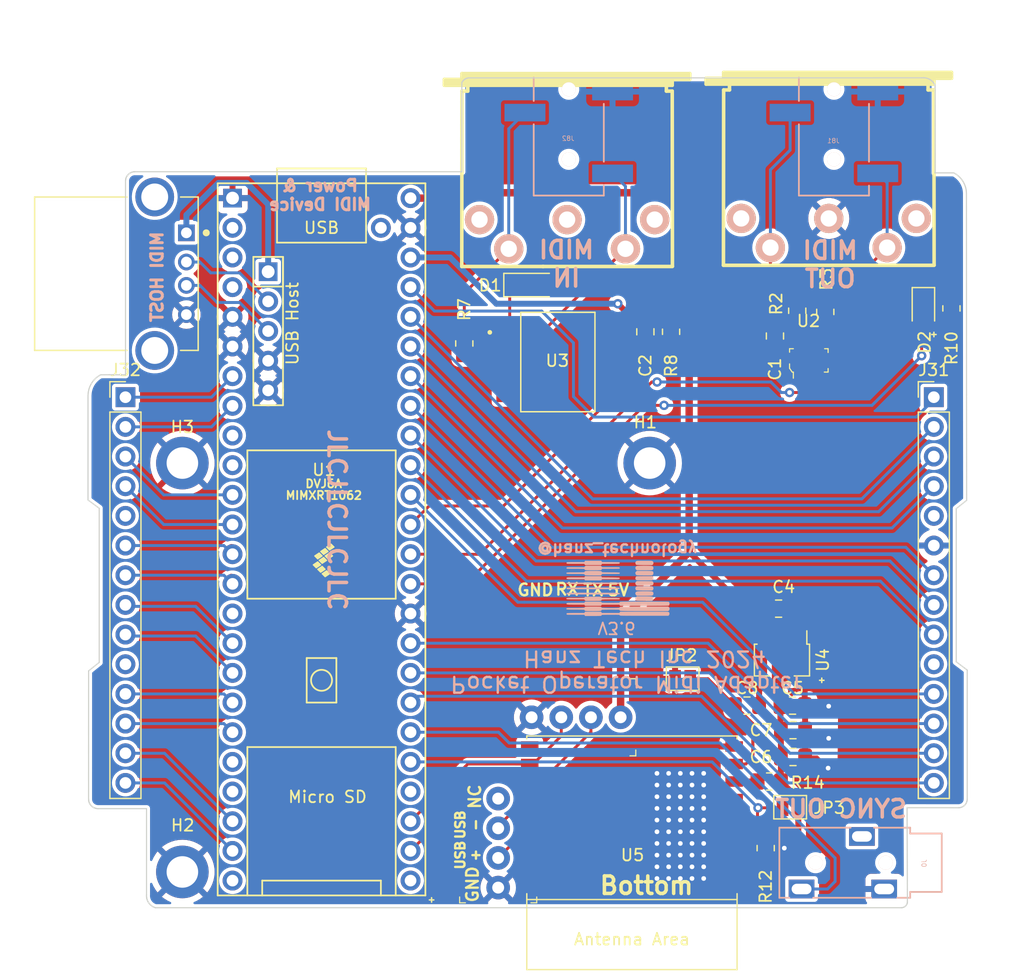
<source format=kicad_pcb>
(kicad_pcb (version 20211014) (generator pcbnew)
  (layers (0 "F.Cu" signal) (31 "B.Cu" signal) (34 "B.Paste" user) (35 "F.Paste" user) (36 "B.SilkS" user "B.Silkscreen") (37 "F.SilkS" user "F.Silkscreen") (38 "B.Mask" user) (39 "F.Mask" user) (44 "Edge.Cuts" user))
  (net 0 "")
  (net 1 "Board_0-/bottom/3.3V")
  (net 2 "Board_0-/bottom/3.3V_ESP32")
  (net 3 "Board_0-/bottom/5V")
  (net 4 "Board_0-/bottom/ESP32_EN")
  (net 5 "Board_0-/bottom/GIPO_PATTERN")
  (net 6 "Board_0-/bottom/GND")
  (net 7 "Board_0-/bottom/GPIO_1")
  (net 8 "Board_0-/bottom/GPIO_10")
  (net 9 "Board_0-/bottom/GPIO_11")
  (net 10 "Board_0-/bottom/GPIO_12")
  (net 11 "Board_0-/bottom/GPIO_13")
  (net 12 "Board_0-/bottom/GPIO_14")
  (net 13 "Board_0-/bottom/GPIO_15")
  (net 14 "Board_0-/bottom/GPIO_16")
  (net 15 "Board_0-/bottom/GPIO_2")
  (net 16 "Board_0-/bottom/GPIO_3")
  (net 17 "Board_0-/bottom/GPIO_4")
  (net 18 "Board_0-/bottom/GPIO_5")
  (net 19 "Board_0-/bottom/GPIO_6")
  (net 20 "Board_0-/bottom/GPIO_7")
  (net 21 "Board_0-/bottom/GPIO_8")
  (net 22 "Board_0-/bottom/GPIO_9")
  (net 23 "Board_0-/bottom/GPIO_BPM")
  (net 24 "Board_0-/bottom/GPIO_FX")
  (net 25 "Board_0-/bottom/GPIO_PLAY")
  (net 26 "Board_0-/bottom/GPIO_SOUND")
  (net 27 "Board_0-/bottom/GPIO_SPECIAL")
  (net 28 "Board_0-/bottom/GPIO_WRITE")
  (net 29 "Board_0-/bottom/H_USB_5V")
  (net 30 "Board_0-/bottom/H_USB_D+")
  (net 31 "Board_0-/bottom/H_USB_D-")
  (net 32 "Board_0-/bottom/MIDI_1_BUF_OUT")
  (net 33 "Board_0-/bottom/MIDI_1_IN")
  (net 34 "Board_0-/bottom/MIDI_1_OUT")
  (net 35 "Board_0-/bottom/MIDI_IN_EXT")
  (net 36 "Board_0-/bottom/MIDI_OUT_EXT")
  (net 37 "Board_0-/bottom/SYNC_OUT")
  (net 38 "Board_0-Net-(C8-Pad1)")
  (net 39 "Board_0-Net-(D1-Pad1)")
  (net 40 "Board_0-Net-(D1-Pad2)")
  (net 41 "Board_0-Net-(D2-Pad1)")
  (net 42 "Board_0-Net-(D2-Pad2)")
  (net 43 "Board_0-Net-(J40-Pad4)")
  (net 44 "Board_0-Net-(J81-Pad2)")
  (net 45 "Board_0-Net-(J81-Pad3)")
  (net 46 "Board_0-Net-(J96-Pad2)")
  (net 47 "Board_0-Net-(J96-Pad3)")
  (net 48 "Board_0-Net-(R14-Pad1)")
  (net 49 "Board_0-unconnected-(J0-Pad3)")
  (net 50 "Board_0-unconnected-(J31-Pad10)")
  (net 51 "Board_0-unconnected-(J31-Pad5)")
  (net 52 "Board_0-unconnected-(J32-Pad10)")
  (net 53 "Board_0-unconnected-(J32-Pad5)")
  (net 54 "Board_0-unconnected-(J40-Pad1)")
  (net 55 "Board_0-unconnected-(J40-Pad2)")
  (net 56 "Board_0-unconnected-(J40-Pad3)")
  (net 57 "Board_0-unconnected-(J90-Pad1)")
  (net 58 "Board_0-unconnected-(J90-Pad3)")
  (net 59 "Board_0-unconnected-(J96-Pad4)")
  (net 60 "Board_0-unconnected-(U1-Pad10)")
  (net 61 "Board_0-unconnected-(U1-Pad15)")
  (net 62 "Board_0-unconnected-(U1-Pad2)")
  (net 63 "Board_0-unconnected-(U1-Pad20)")
  (net 64 "Board_0-unconnected-(U1-Pad21)")
  (net 65 "Board_0-unconnected-(U1-Pad24)")
  (net 66 "Board_0-unconnected-(U1-Pad25)")
  (net 67 "Board_0-unconnected-(U1-Pad28)")
  (net 68 "Board_0-unconnected-(U1-Pad3)")
  (net 69 "Board_0-unconnected-(U1-Pad4)")
  (net 70 "Board_0-unconnected-(U1-Pad49)")
  (net 71 "Board_0-unconnected-(U1-Pad9)")
  (net 72 "Board_0-unconnected-(U2-Pad1)")
  (net 73 "Board_0-unconnected-(U3-Pad3)")
  (net 74 "Board_0-unconnected-(U5-Pad10)")
  (net 75 "Board_0-unconnected-(U5-Pad15)")
  (net 76 "Board_0-unconnected-(U5-Pad16)")
  (net 77 "Board_0-unconnected-(U5-Pad17)")
  (net 78 "Board_0-unconnected-(U5-Pad18)")
  (net 79 "Board_0-unconnected-(U5-Pad3)")
  (net 80 "Board_0-unconnected-(U5-Pad4)")
  (net 81 "Board_0-unconnected-(U5-Pad5)")
  (net 82 "Board_0-unconnected-(U5-Pad6)")
  (footprint "poma:IC_H11L1SM" (layer "F.Cu") (at 152.2194 89.27)
    (fp_text reference "U3")
    (fp_text value "H11L1M")
  )
  (footprint "Diode_SMD:D_SOD-123" (layer "F.Cu") (at 149.8424 82.68)
    (fp_text reference "D1")
    (fp_text value "1N4148W")
  )
  (footprint "LED_SMD:LED_0805_2012Metric_Pad1.15x1.40mm_HandSolder" (layer "F.Cu") (at 183.50986 84.755 -90)
    (fp_text reference "D2")
    (fp_text value "LED")
  )
  (footprint "poma:TE_292303-1" (layer "F.Cu") (at 120.41986 78.21 -90)
    (fp_text reference "J70" hide)
    (fp_text value "USB_A")
  )
  (footprint "MountingHole:MountingHole_2.7mm_M2.5_ISO7380_Pad" (layer "F.Cu") (at 120.1024 132.18)
    (fp_text reference "H2")
    (fp_text value "MountingHole_Pad")
  )
  (footprint "poma:MIDI_DIN5_NO_ATTACHEMENT" (layer "F.Cu") (at 175.40986 73.98 180)
    (fp_text reference "J90" hide)
    (fp_text value "MIDI_1_OUT" hide)
  )
  (footprint "digikey-footprints:PinHeader_1x4_P2.54mm_Drill1.02mm" (layer "F.Cu") (at 157.58986 119.68 180)
    (fp_text reference "J99" hide)
    (fp_text value "0022232041")
  )
  (footprint "MountingHole:MountingHole_2.7mm_M2.5_ISO7380_Pad" (layer "F.Cu") (at 120.078 98.08)
    (fp_text reference "H3")
    (fp_text value "MountingHole_Pad")
  )
  (footprint "Jumper:SolderJumper-2_P1.3mm_Open_Pad1.0x1.5mm" (layer "F.Cu") (at 162.9024 116.38)
    (fp_text reference "JP2")
    (fp_text value "SolderJumper_2_Open")
  )
  (footprint "Resistor_SMD:R_0805_2012Metric_Pad1.20x1.40mm_HandSolder" (layer "F.Cu") (at 185.90986 84.68 -90)
    (fp_text reference "R10")
    (fp_text value "68")
  )
  (footprint "Resistor_SMD:R_0805_2012Metric_Pad1.20x1.40mm_HandSolder" (layer "F.Cu") (at 175.10986 84.98 -90)
    (fp_text reference "R3")
    (fp_text value "220")
  )
  (footprint "Resistor_SMD:R_0805_2012Metric_Pad1.20x1.40mm_HandSolder" (layer "F.Cu") (at 161.90986 86.68 -90)
    (fp_text reference "R8")
    (fp_text value "470")
  )
  (footprint "digikey-footprints:SOT-753" (layer "F.Cu") (at 173.7024 89.13)
    (fp_text reference "U2")
    (fp_text value "SN74LVC1G07DBVR")
  )
  (footprint "Resistor_SMD:R_0805_2012Metric_Pad1.20x1.40mm_HandSolder" (layer "F.Cu") (at 170.30986 125.18)
    (fp_text reference "R14")
    (fp_text value "10K")
  )
  (footprint "Resistor_SMD:R_0805_2012Metric_Pad1.20x1.40mm_HandSolder" (layer "F.Cu") (at 170.00986 130.88 90)
    (fp_text reference "R12")
    (fp_text value "10K")
  )
  (footprint "Connector_PinHeader_2.54mm:PinHeader_1x14_P2.54mm_Vertical" (layer "F.Cu") (at 184.4024 92.28)
    (fp_text reference "J31")
    (fp_text value "Conn_01x14_Female")
  )
  (footprint "Jumper:SolderJumper-2_P1.3mm_Open_Pad1.0x1.5mm" (layer "F.Cu") (at 172.1024 127.38 180)
    (fp_text reference "JP3")
    (fp_text value "SolderJumper_2_Open")
  )
  (footprint "Package_TO_SOT_SMD:SOT-89-3" (layer "F.Cu") (at 171.4024 114.48 -90)
    (fp_text reference "U4")
    (fp_text value "LM1117-3.3")
  )
  (footprint "Capacitor_SMD:C_0805_2012Metric_Pad1.18x1.45mm_HandSolder" (layer "F.Cu") (at 170.8024 87.0425 90)
    (fp_text reference "C1")
    (fp_text value "0.1uF")
  )
  (footprint "Capacitor_SMD:C_0805_2012Metric_Pad1.18x1.45mm_HandSolder" (layer "F.Cu") (at 171.1149 110.38)
    (fp_text reference "C4")
    (fp_text value "1uF")
  )
  (footprint "Capacitor_SMD:C_0805_2012Metric_Pad1.18x1.45mm_HandSolder" (layer "F.Cu") (at 172.30986 118.68)
    (fp_text reference "C5")
    (fp_text value "10uF")
  )
  (footprint "Espressif:ESP32-C3-WROOM-02" (layer "F.Cu") (at 158.55986 130.03 180)
    (fp_text reference "U5")
    (fp_text value "ESP32-C3-WROOM-02")
  )
  (footprint "Resistor_SMD:R_0805_2012Metric_Pad1.20x1.40mm_HandSolder" (layer "F.Cu") (at 172.70986 84.88 -90)
    (fp_text reference "R2")
    (fp_text value "220")
  )
  (footprint "Capacitor_SMD:C_0805_2012Metric_Pad1.18x1.45mm_HandSolder" (layer "F.Cu") (at 172.34736 123.08)
    (fp_text reference "C6")
    (fp_text value "0.1uF")
  )
  (footprint "Capacitor_SMD:C_0805_2012Metric_Pad1.18x1.45mm_HandSolder" (layer "F.Cu") (at 172.34736 120.78)
    (fp_text reference "C7")
    (fp_text value "10uF")
  )
  (footprint "Capacitor_SMD:C_0805_2012Metric_Pad1.18x1.45mm_HandSolder" (layer "F.Cu") (at 159.70986 86.68 90)
    (fp_text reference "C2")
    (fp_text value "0.1uF")
  )
  (footprint "digikey-footprints:PinHeader_1x4_P2.54mm_Drill1.02mm" (layer "F.Cu") (at 147.10986 134.26 90)
    (fp_text reference "J96" hide)
    (fp_text value "0022232041")
  )
  (footprint "Teensy:Teensy41_poma" (layer "F.Cu") (at 131.98986 104.45 -90)
    (fp_text reference "U1")
    (fp_text value "Teensy4.1")
  )
  (footprint "MountingHole:MountingHole_2.7mm_M2.5_ISO7380_Pad" (layer "F.Cu") (at 159.7024 97.68)
    (fp_text reference "H1")
    (fp_text value "MountingHole_Pad")
  )
  (footprint "Capacitor_SMD:C_0805_2012Metric_Pad1.18x1.45mm_HandSolder" (layer "F.Cu") (at 168.40986 118.68)
    (fp_text reference "C8")
    (fp_text value "0.1uF")
  )
  (footprint "Connector_PinHeader_2.54mm:PinHeader_1x14_P2.54mm_Vertical" (layer "F.Cu") (at 115.2024 92.28)
    (fp_text reference "J32")
    (fp_text value "Conn_01x14_Female")
  )
  (footprint "poma:MIDI_DIN5_NO_ATTACHEMENT" (layer "F.Cu") (at 153.00986 74.08 180)
    (fp_text reference "J40" hide)
    (fp_text value "MIDI_1_IN" hide)
  )
  (footprint "Resistor_SMD:R_0805_2012Metric_Pad1.20x1.40mm_HandSolder" (layer "F.Cu") (at 144.20986 87.68 -90)
    (fp_text reference "R7")
    (fp_text value "220")
  )
  (footprint "jacks:3.5mm_stereo_jack_PJ320B" (layer "B.Cu") (at 153.1524 65.92 180)
    (fp_text reference "J82")
    (fp_text value "PJ-320B" hide)
  )
  (footprint "jacks:3.5mm_stereo_jack_PJ320B" (layer "B.Cu") (at 175.8524 65.92 180)
    (fp_text reference "J81")
    (fp_text value "PJ-320B" hide)
  )
  (footprint "poma:B.SilkS_g842" (layer "B.Cu") (at 157.6024 109.78)
    (fp_text reference "G***" hide)
    (fp_text value "LOGO" hide)
  )
  (footprint "poma:3.5mm_stereo_jack_PJ320B_THRU" (layer "B.Cu") (at 180.2794 132.13 90)
    (fp_text reference "J0")
    (fp_text value "PJ-320B" hide)
  )
  (gr_line (start 181.725891 135.970461) (end 181.673025 135.978722) (layer "Edge.Cuts") (width 0.1))
  (gr_line (start 115.684037 73.048236) (end 115.722828 73.032166) (layer "Edge.Cuts") (width 0.1))
  (gr_line (start 112.269637 91.144325) (end 112.323951 91.055276) (layer "Edge.Cuts") (width 0.1))
  (gr_line (start 184.052869 65.079124) (end 184.102236 65.109235) (layer "Edge.Cuts") (width 0.1))
  (gr_line (start 183.896252 65.00503) (end 183.949756 65.026961) (layer "Edge.Cuts") (width 0.1))
  (gr_line (start 117.260148 135.648499) (end 117.224789 135.604693) (layer "Edge.Cuts") (width 0.1))
  (gr_line (start 112.135429 91.426919) (end 112.175221 91.330445) (layer "Edge.Cuts") (width 0.1))
  (gr_line (start 112.100721 91.525337) (end 112.135429 91.426919) (layer "Edge.Cuts") (width 0.1))
  (gr_line (start 112.568812 127.445086) (end 112.529501 127.4288) (layer "Edge.Cuts") (width 0.1))
  (gr_line (start 117.013495 135.089829) (end 117.007885 135.033761) (layer "Edge.Cuts") (width 0.1))
  (gr_line (start 144.062898 65.247984) (end 144.086958 65.216199) (layer "Edge.Cuts") (width 0.1))
  (gr_line (start 183.786141 64.969802) (end 183.841663 64.985959) (layer "Edge.Cuts") (width 0.1))
  (gr_line (start 187.210999 101.109998) (end 186.321 101.820481) (layer "Edge.Cuts") (width 0.1))
  (gr_line (start 113.820007 90.359) (end 115.209 90.368992) (layer "Edge.Cuts") (width 0.1))
  (gr_line (start 115.278098 73.454221) (end 115.296174 73.416322) (layer "Edge.Cuts") (width 0.1))
  (gr_line (start 184.394208 65.386379) (end 184.426819 65.434066) (layer "Edge.Cuts") (width 0.1))
  (gr_line (start 186.776613 127.377064) (end 186.705369 127.399415) (layer "Edge.Cuts") (width 0.1))
  (gr_line (start 186.874994 73.772075) (end 186.929334 73.861171) (layer "Edge.Cuts") (width 0.1))
  (gr_line (start 117.065037 135.308578) (end 117.047843 135.254973) (layer "Edge.Cuts") (width 0.1))
  (gr_line (start 117.133177 135.462937) (end 117.107786 135.412752) (layer "Edge.Cuts") (width 0.1))
  (gr_line (start 144.298005 65.036052) (end 144.333174 65.017281) (layer "Edge.Cuts") (width 0.1))
  (gr_line (start 115.38738 73.275882) (end 115.414581 73.244033) (layer "Edge.Cuts") (width 0.1))
  (gr_line (start 112.086548 126.936802) (end 112.074464 126.896003) (layer "Edge.Cuts") (width 0.1))
  (gr_line (start 186.613582 73.447531) (end 186.685163 73.523401) (layer "Edge.Cuts") (width 0.1))
  (gr_line (start 187.098206 74.242097) (end 187.127738 74.342191) (layer "Edge.Cuts") (width 0.1))
  (gr_line (start 184.195892 65.177103) (end 184.239878 65.214639) (layer "Edge.Cuts") (width 0.1))
  (gr_line (start 181.92098 135.885844) (end 181.898657 135.900699) (layer "Edge.Cuts") (width 0.1))
  (gr_line (start 112.074464 126.896003) (end 112.064509 126.854525) (layer "Edge.Cuts") (width 0.1))
  (gr_line (start 187.125852 127.106757) (end 187.080148 127.165803) (layer "Edge.Cuts") (width 0.1))
  (gr_line (start 112.014402 91.933023) (end 112.027973 91.829551) (layer "Edge.Cuts") (width 0.1))
  (gr_line (start 187.261 115.64) (end 187.261 126.69) (layer "Edge.Cuts") (width 0.1))
  (gr_line (start 186.37636 73.243569) (end 186.458974 73.30742) (layer "Edge.Cuts") (width 0.1))
  (gr_line (start 186.668965 127.407862) (end 186.595057 127.419181) (layer "Edge.Cuts") (width 0.1))
  (gr_line (start 186.929334 73.861171) (end 186.978932 73.952933) (layer "Edge.Cuts") (width 0.1))
  (gr_line (start 115.226369 73.613434) (end 115.236146 73.572707) (layer "Edge.Cuts") (width 0.1))
  (gr_line (start 112.5854 90.730703) (end 112.660878 90.658636) (layer "Edge.Cuts") (width 0.1))
  (gr_line (start 186.321 114.929502) (end 187.261 115.64) (layer "Edge.Cuts") (width 0.1))
  (gr_line (start 186.752727 73.602939) (end 186.816052 73.685891) (layer "Edge.Cuts") (width 0.1))
  (gr_line (start 184.456891 65.483456) (end 184.484309 65.534367) (layer "Edge.Cuts") (width 0.1))
  (gr_line (start 186.816052 73.685891) (end 186.874994 73.772075) (layer "Edge.Cuts") (width 0.1))
  (gr_line (start 184.484309 65.534367) (end 184.509087 65.586974) (layer "Edge.Cuts") (width 0.1))
  (gr_line (start 187.127738 74.342191) (end 187.152012 74.443689) (layer "Edge.Cuts") (width 0.1))
  (gr_line (start 117.033495 135.200536) (end 117.022043 135.145472) (layer "Edge.Cuts") (width 0.1))
  (gr_line (start 117.008829 134.865116) (end 117.008999 127.501) (layer "Edge.Cuts") (width 0.1))
  (gr_line (start 182.140999 135.419939) (end 182.144651 135.450926) (layer "Edge.Cuts") (width 0.1))
  (gr_line (start 186.1101 73.079005) (end 186.201804 73.129269) (layer "Edge.Cuts") (width 0.1))
  (gr_line (start 117.423081 135.803366) (end 117.379344 135.767923) (layer "Edge.Cuts") (width 0.1))
  (gr_line (start 184.281816 65.25445) (end 184.32159 65.296423) (layer "Edge.Cuts") (width 0.1))
  (gr_line (start 183.379975 64.939) (end 183.500056 64.934011) (layer "Edge.Cuts") (width 0.1))
  (gr_line (start 143.999004 65.349909) (end 144.040591 65.281024) (layer "Edge.Cuts") (width 0.1))
  (gr_line (start 182.128791 135.58353) (end 182.121594 135.609359) (layer "Edge.Cuts") (width 0.1))
  (gr_line (start 187.234527 126.87022) (end 187.212164 126.941513) (layer "Edge.Cuts") (width 0.1))
  (gr_line (start 112.64987 127.471427) (end 112.609021 127.459327) (layer "Edge.Cuts") (width 0.1))
  (gr_line (start 183.557871 64.935089) (end 183.615548 64.939223) (layer "Edge.Cuts") (width 0.1))
  (gr_line (start 186.845324 127.34758) (end 186.776613 127.377064) (layer "Edge.Cuts") (width 0.1))
  (gr_line (start 112.04693 91.726876) (end 112.071204 91.62538) (layer "Edge.Cuts") (width 0.1))
  (gr_line (start 112.959 101.790504) (end 111.999004 101.080093) (layer "Edge.Cuts") (width 0.1))
  (gr_line (start 144.263902 65.056696) (end 144.298005 65.036052) (layer "Edge.Cuts") (width 0.1))
  (gr_line (start 112.86 127.501) (end 112.775425 127.4947) (layer "Edge.Cuts") (width 0.1))
  (gr_line (start 112.417283 127.367868) (end 112.38213 127.343706) (layer "Edge.Cuts") (width 0.1))
  (gr_line (start 112.04674 126.685359) (end 112.049004 115.7099) (layer "Edge.Cuts") (width 0.1))
  (gr_line (start 112.135404 127.05478) (end 112.117066 127.016325) (layer "Edge.Cuts") (width 0.1))
  (gr_line (start 112.285038 127.260768) (end 112.255749 127.229901) (layer "Edge.Cuts") (width 0.1))
  (gr_line (start 181.963135 135.852891) (end 181.92098 135.885844) (layer "Edge.Cuts") (width 0.1))
  (gr_line (start 186.595057 127.419181) (end 186.520459 127.422959) (layer "Edge.Cuts") (width 0.1))
  (gr_line (start 112.056756 126.812686) (end 112.051196 126.770447) (layer "Edge.Cuts") (width 0.1))
  (gr_line (start 183.949756 65.026961) (end 184.001979 65.051667) (layer "Edge.Cuts") (width 0.1))
  (gr_line (start 187.028634 127.219996) (end 187.000903 127.245048) (layer "Edge.Cuts") (width 0.1))
  (gr_line (start 117.337532 135.730227) (end 117.297728 135.690344) (layer "Edge.Cuts") (width 0.1))
  (gr_line (start 181.852027 135.926837) (end 181.802938 135.948129) (layer "Edge.Cuts") (width 0.1))
  (gr_line (start 112.255749 127.229901) (end 112.228081 127.197504) (layer "Edge.Cuts") (width 0.1))
  (gr_line (start 186.978932 73.952933) (end 187.023702 74.047203) (layer "Edge.Cuts") (width 0.1))
  (gr_line (start 115.213245 73.696297) (end 115.218725 73.654667) (layer "Edge.Cuts") (width 0.1))
  (gr_line (start 115.802568 73.006256) (end 115.843294 72.996477) (layer "Edge.Cuts") (width 0.1))
  (gr_line (start 117.515801 135.867077) (end 117.468581 135.836427) (layer "Edge.Cuts") (width 0.1))
  (gr_line (start 144.521315 64.953241) (end 144.560661 64.946656) (layer "Edge.Cuts") (width 0.1))
  (gr_line (start 115.646187 73.066293) (end 115.684037 73.048236) (layer "Edge.Cuts") (width 0.1))
  (gr_line (start 115.722828 73.032166) (end 115.762359 73.018167) (layer "Edge.Cuts") (width 0.1))
  (gr_line (start 144.008998 72.978999) (end 143.999004 65.349909) (layer "Edge.Cuts") (width 0.1))
  (gr_line (start 115.443446 73.213612) (end 115.473864 73.184743) (layer "Edge.Cuts") (width 0.1))
  (gr_line (start 117.191785 135.559087) (end 117.161201 135.511762) (layer "Edge.Cuts") (width 0.1))
  (gr_line (start 112.117066 127.016325) (end 112.100766 126.976963) (layer "Edge.Cuts") (width 0.1))
  (gr_line (start 112.027973 91.829551) (end 112.04693 91.726876) (layer "Edge.Cuts") (width 0.1))
  (gr_line (start 112.228081 127.197504) (end 112.202115 127.163662) (layer "Edge.Cuts") (width 0.1))
  (gr_line (start 181.673025 135.978722) (end 181.619543 135.981573) (layer "Edge.Cuts") (width 0.1))
  (gr_line (start 112.049004 115.7099) (end 112.959 114.97952) (layer "Edge.Cuts") (width 0.1))
  (gr_line (start 112.73997 90.590634) (end 112.822541 90.526816) (layer "Edge.Cuts") (width 0.1))
  (gr_line (start 182.139175 135.531091) (end 182.128791 135.58353) (layer "Edge.Cuts") (width 0.1))
  (gr_line (start 182.001693 135.815865) (end 181.963135 135.852891) (layer "Edge.Cuts") (width 0.1))
  (gr_line (start 144.443981 64.972742) (end 144.48241 64.961939) (layer "Edge.Cuts") (width 0.1))
  (gr_line (start 117.005238 134.977528) (end 117.005553 134.921287) (layer "Edge.Cuts") (width 0.1))
  (gr_line (start 144.199288 65.103357) (end 144.230964 65.079153) (layer "Edge.Cuts") (width 0.1))
  (gr_line (start 187.195415 74.85818) (end 187.200999 92.079999) (layer "Edge.Cuts") (width 0.1))
  (gr_line (start 186.941857 127.290752) (end 186.910611 127.311345) (layer "Edge.Cuts") (width 0.1))
  (gr_line (start 183.672925 64.946401) (end 183.729843 64.956603) (layer "Edge.Cuts") (width 0.1))
  (gr_line (start 184.001979 65.051667) (end 184.052869 65.079124) (layer "Edge.Cuts") (width 0.1))
  (gr_line (start 187.152012 74.443689) (end 187.170968 74.546367) (layer "Edge.Cuts") (width 0.1))
  (gr_line (start 115.209956 73.738107) (end 115.213245 73.696297) (layer "Edge.Cuts") (width 0.1))
  (gr_line (start 187.146418 127.075554) (end 187.125852 127.106757) (layer "Edge.Cuts") (width 0.1))
  (gr_line (start 186.290573 73.184142) (end 186.37636 73.243569) (layer "Edge.Cuts") (width 0.1))
  (gr_line (start 182.121594 135.609359) (end 182.103343 135.659657) (layer "Edge.Cuts") (width 0.1))
  (gr_line (start 186.201804 73.129269) (end 186.290573 73.184142) (layer "Edge.Cuts") (width 0.1))
  (gr_line (start 112.446186 90.886184) (end 112.513747 90.806647) (layer "Edge.Cuts") (width 0.1))
  (gr_line (start 182.144188 135.477819) (end 182.139175 135.531091) (layer "Edge.Cuts") (width 0.1))
  (gr_line (start 117.008999 127.501) (end 112.86 127.501) (layer "Edge.Cuts") (width 0.1))
  (gr_line (start 112.513747 90.806647) (end 112.5854 90.730703) (layer "Edge.Cuts") (width 0.1))
  (gr_line (start 115.573579 73.108219) (end 115.609379 73.086279) (layer "Edge.Cuts") (width 0.1))
  (gr_line (start 186.685163 73.523401) (end 186.752727 73.602939) (layer "Edge.Cuts") (width 0.1))
  (gr_line (start 112.660878 90.658636) (end 112.73997 90.590634) (layer "Edge.Cuts") (width 0.1))
  (gr_line (start 183.729843 64.956603) (end 183.786141 64.969802) (layer "Edge.Cuts") (width 0.1))
  (gr_line (start 182.080105 135.707799) (end 182.052074 135.753377) (layer "Edge.Cuts") (width 0.1))
  (gr_line (start 187.023702 74.047203) (end 187.063496 74.143678) (layer "Edge.Cuts") (width 0.1))
  (gr_line (start 115.262052 73.492966) (end 115.278098 73.454221) (layer "Edge.Cuts") (width 0.1))
  (gr_line (start 115.218725 73.654667) (end 115.226369 73.613434) (layer "Edge.Cuts") (width 0.1))
  (gr_line (start 187.063496 74.143678) (end 187.098206 74.242097) (layer "Edge.Cuts") (width 0.1))
  (gr_line (start 112.071204 91.62538) (end 112.100721 91.525337) (layer "Edge.Cuts") (width 0.1))
  (gr_line (start 117.468581 135.836427) (end 117.423081 135.803366) (layer "Edge.Cuts") (width 0.1))
  (gr_line (start 182.052074 135.753377) (end 182.036328 135.775079) (layer "Edge.Cuts") (width 0.1))
  (gr_line (start 117.297728 135.690344) (end 117.260148 135.648499) (layer "Edge.Cuts") (width 0.1))
  (gr_line (start 184.32159 65.296423) (end 184.359089 65.34044) (layer "Edge.Cuts") (width 0.1))
  (gr_line (start 115.296174 73.416322) (end 115.316185 73.379469) (layer "Edge.Cuts") (width 0.1))
  (gr_line (start 182.036328 135.775079) (end 182.001693 135.815865) (layer "Edge.Cuts") (width 0.1))
  (gr_line (start 187.184538 74.649841) (end 187.192694 74.753882) (layer "Edge.Cuts") (width 0.1))
  (gr_line (start 112.323951 91.055276) (end 112.382863 90.969136) (layer "Edge.Cuts") (width 0.1))
  (gr_line (start 187.212164 126.941513) (end 187.182702 127.010179) (layer "Edge.Cuts") (width 0.1))
  (gr_line (start 187.000903 127.245048) (end 186.941857 127.290752) (layer "Edge.Cuts") (width 0.1))
  (gr_line (start 112.491048 127.410458) (end 112.453608 127.390129) (layer "Edge.Cuts") (width 0.1))
  (gr_line (start 112.822541 90.526816) (end 112.90837 90.46736) (layer "Edge.Cuts") (width 0.1))
  (gr_line (start 115.473864 73.184743) (end 115.505792 73.157473) (layer "Edge.Cuts") (width 0.1))
  (gr_line (start 112.529501 127.4288) (end 112.491048 127.410458) (layer "Edge.Cuts") (width 0.1))
  (gr_line (start 117.718826 135.963662) (end 117.666254 135.943572) (layer "Edge.Cuts") (width 0.1))
  (gr_line (start 144.369305 65.000438) (end 144.406244 64.985591) (layer "Edge.Cuts") (width 0.1))
  (gr_line (start 112.382863 90.969136) (end 112.446186 90.886184) (layer "Edge.Cuts") (width 0.1))
  (gr_line (start 144.1127 65.18576) (end 144.14005 65.156757) (layer "Edge.Cuts") (width 0.1))
  (gr_line (start 144.040591 65.281024) (end 144.062898 65.247984) (layer "Edge.Cuts") (width 0.1))
  (gr_line (start 116.009859 72.97896) (end 144.008998 72.978999) (layer "Edge.Cuts") (width 0.1))
  (gr_line (start 112.220012 91.23613) (end 112.269637 91.144325) (layer "Edge.Cuts") (width 0.1))
  (gr_line (start 187.080148 127.165803) (end 187.028634 127.219996) (layer "Edge.Cuts") (width 0.1))
  (gr_line (start 181.619543 135.981573) (end 117.77 135.981) (layer "Edge.Cuts") (width 0.1))
  (gr_line (start 183.500056 64.934011) (end 183.557871 64.935089) (layer "Edge.Cuts") (width 0.1))
  (gr_line (start 113.089077 90.362221) (end 113.820007 90.359) (layer "Edge.Cuts") (width 0.1))
  (gr_line (start 115.884528 72.988832) (end 115.926157 72.983349) (layer "Edge.Cuts") (width 0.1))
  (gr_line (start 115.53902 73.131974) (end 115.573579 73.108219) (layer "Edge.Cuts") (width 0.1))
  (gr_line (start 117.047843 135.254973) (end 117.033495 135.200536) (layer "Edge.Cuts") (width 0.1))
  (gr_line (start 187.170968 74.546367) (end 187.184538 74.649841) (layer "Edge.Cuts") (width 0.1))
  (gr_line (start 115.236146 73.572707) (end 115.248071 73.532447) (layer "Edge.Cuts") (width 0.1))
  (gr_line (start 117.007885 135.033761) (end 117.005238 134.977528) (layer "Edge.Cuts") (width 0.1))
  (gr_line (start 115.609379 73.086279) (end 115.646187 73.066293) (layer "Edge.Cuts") (width 0.1))
  (gr_line (start 117.564615 135.895223) (end 117.515801 135.867077) (layer "Edge.Cuts") (width 0.1))
  (gr_line (start 112.959 114.97952) (end 112.959 101.790504) (layer "Edge.Cuts") (width 0.1))
  (gr_line (start 144.086958 65.216199) (end 144.1127 65.18576) (layer "Edge.Cuts") (width 0.1))
  (gr_line (start 117.614798 135.920736) (end 117.564615 135.895223) (layer "Edge.Cuts") (width 0.1))
  (gr_line (start 112.609021 127.459327) (end 112.568812 127.445086) (layer "Edge.Cuts") (width 0.1))
  (gr_line (start 112.38213 127.343706) (end 112.348332 127.317768) (layer "Edge.Cuts") (width 0.1))
  (gr_line (start 182.111003 127.421) (end 182.140999 135.419939) (layer "Edge.Cuts") (width 0.1))
  (gr_line (start 144.14005 65.156757) (end 144.168967 65.129237) (layer "Edge.Cuts") (width 0.1))
  (gr_line (start 112.064509 126.854525) (end 112.056756 126.812686) (layer "Edge.Cuts") (width 0.1))
  (gr_line (start 117.005553 134.921287) (end 117.008829 134.865116) (layer "Edge.Cuts") (width 0.1))
  (gr_line (start 117.107786 135.412752) (end 117.085049 135.361253) (layer "Edge.Cuts") (width 0.1))
  (gr_line (start 112.202115 127.163662) (end 112.178016 127.128593) (layer "Edge.Cuts") (width 0.1))
  (gr_line (start 117.022043 135.145472) (end 117.013495 135.089829) (layer "Edge.Cuts") (width 0.1))
  (gr_line (start 115.843294 72.996477) (end 115.884528 72.988832) (layer "Edge.Cuts") (width 0.1))
  (gr_line (start 115.762359 73.018167) (end 115.802568 73.006256) (layer "Edge.Cuts") (width 0.1))
  (gr_line (start 115.505792 73.157473) (end 115.53902 73.131974) (layer "Edge.Cuts") (width 0.1))
  (gr_line (start 115.338097 73.343712) (end 115.36182 73.309194) (layer "Edge.Cuts") (width 0.1))
  (gr_line (start 112.175221 91.330445) (end 112.220012 91.23613) (layer "Edge.Cuts") (width 0.1))
  (gr_line (start 184.426819 65.434066) (end 184.456891 65.483456) (layer "Edge.Cuts") (width 0.1))
  (gr_line (start 115.36182 73.309194) (end 115.38738 73.275882) (layer "Edge.Cuts") (width 0.1))
  (gr_line (start 117.77 135.981) (end 117.718826 135.963662) (layer "Edge.Cuts") (width 0.1))
  (gr_line (start 182.144651 135.450926) (end 182.144188 135.477819) (layer "Edge.Cuts") (width 0.1))
  (gr_line (start 187.182702 127.010179) (end 187.146418 127.075554) (layer "Edge.Cuts") (width 0.1))
  (gr_line (start 187.200999 92.079999) (end 187.210999 101.109998) (layer "Edge.Cuts") (width 0.1))
  (gr_line (start 184.509087 65.586974) (end 184.510999 73.079) (layer "Edge.Cuts") (width 0.1))
  (gr_line (start 187.192694 74.753882) (end 187.195415 74.85818) (layer "Edge.Cuts") (width 0.1))
  (gr_line (start 181.802938 135.948129) (end 181.777597 135.956891) (layer "Edge.Cuts") (width 0.1))
  (gr_line (start 112.775425 127.4947) (end 112.733186 127.489138) (layer "Edge.Cuts") (width 0.1))
  (gr_line (start 115.248071 73.532447) (end 115.262052 73.492966) (layer "Edge.Cuts") (width 0.1))
  (gr_line (start 112.100766 126.976963) (end 112.086548 126.936802) (layer "Edge.Cuts") (width 0.1))
  (gr_line (start 181.898657 135.900699) (end 181.852027 135.926837) (layer "Edge.Cuts") (width 0.1))
  (gr_line (start 186.910611 127.311345) (end 186.845324 127.34758) (layer "Edge.Cuts") (width 0.1))
  (gr_line (start 144.560661 64.946656) (end 183.379975 64.939) (layer "Edge.Cuts") (width 0.1))
  (gr_line (start 183.615548 64.939223) (end 183.672925 64.946401) (layer "Edge.Cuts") (width 0.1))
  (gr_line (start 112.155756 127.092267) (end 112.135404 127.05478) (layer "Edge.Cuts") (width 0.1))
  (gr_line (start 144.406244 64.985591) (end 144.443981 64.972742) (layer "Edge.Cuts") (width 0.1))
  (gr_line (start 115.414581 73.244033) (end 115.443446 73.213612) (layer "Edge.Cuts") (width 0.1))
  (gr_line (start 112.733186 127.489138) (end 112.691245 127.481363) (layer "Edge.Cuts") (width 0.1))
  (gr_line (start 117.161201 135.511762) (end 117.133177 135.462937) (layer "Edge.Cuts") (width 0.1))
  (gr_line (start 187.261 126.69) (end 187.249563 126.79703) (layer "Edge.Cuts") (width 0.1))
  (gr_line (start 112.997139 90.412489) (end 113.089077 90.362221) (layer "Edge.Cuts") (width 0.1))
  (gr_line (start 184.239878 65.214639) (end 184.281816 65.25445) (layer "Edge.Cuts") (width 0.1))
  (gr_line (start 112.348332 127.317768) (end 112.315978 127.290131) (layer "Edge.Cuts") (width 0.1))
  (gr_line (start 182.103343 135.659657) (end 182.080105 135.707799) (layer "Edge.Cuts") (width 0.1))
  (gr_line (start 112.178016 127.128593) (end 112.155756 127.092267) (layer "Edge.Cuts") (width 0.1))
  (gr_line (start 112.315978 127.290131) (end 112.285038 127.260768) (layer "Edge.Cuts") (width 0.1))
  (gr_line (start 144.168967 65.129237) (end 144.199288 65.103357) (layer "Edge.Cuts") (width 0.1))
  (gr_line (start 112.047854 126.727975) (end 112.04674 126.685359) (layer "Edge.Cuts") (width 0.1))
  (gr_line (start 112.691245 127.481363) (end 112.64987 127.471427) (layer "Edge.Cuts") (width 0.1))
  (gr_line (start 184.510999 73.079) (end 186.1101 73.079005) (layer "Edge.Cuts") (width 0.1))
  (gr_line (start 144.230964 65.079153) (end 144.263902 65.056696) (layer "Edge.Cuts") (width 0.1))
  (gr_line (start 117.379344 135.767923) (end 117.337532 135.730227) (layer "Edge.Cuts") (width 0.1))
  (gr_line (start 112.90837 90.46736) (end 112.997139 90.412489) (layer "Edge.Cuts") (width 0.1))
  (gr_line (start 117.224789 135.604693) (end 117.191785 135.559087) (layer "Edge.Cuts") (width 0.1))
  (gr_line (start 112.051196 126.770447) (end 112.047854 126.727975) (layer "Edge.Cuts") (width 0.1))
  (gr_line (start 186.538105 73.375459) (end 186.613582 73.447531) (layer "Edge.Cuts") (width 0.1))
  (gr_line (start 186.705369 127.399415) (end 186.668965 127.407862) (layer "Edge.Cuts") (width 0.1))
  (gr_line (start 144.48241 64.961939) (end 144.521315 64.953241) (layer "Edge.Cuts") (width 0.1))
  (gr_line (start 144.333174 65.017281) (end 144.369305 65.000438) (layer "Edge.Cuts") (width 0.1))
  (gr_line (start 117.666254 135.943572) (end 117.614798 135.920736) (layer "Edge.Cuts") (width 0.1))
  (gr_line (start 183.841663 64.985959) (end 183.896252 65.00503) (layer "Edge.Cuts") (width 0.1))
  (gr_line (start 115.926157 72.983349) (end 115.967964 72.980058) (layer "Edge.Cuts") (width 0.1))
  (gr_line (start 115.209 90.368992) (end 115.209956 73.738107) (layer "Edge.Cuts") (width 0.1))
  (gr_line (start 186.520459 127.422959) (end 182.111003 127.421) (layer "Edge.Cuts") (width 0.1))
  (gr_line (start 111.999004 101.080093) (end 111.999 92.14) (layer "Edge.Cuts") (width 0.1))
  (gr_line (start 184.149941 65.141913) (end 184.195892 65.177103) (layer "Edge.Cuts") (width 0.1))
  (gr_line (start 186.458974 73.30742) (end 186.538105 73.375459) (layer "Edge.Cuts") (width 0.1))
  (gr_line (start 115.967964 72.980058) (end 116.009859 72.97896) (layer "Edge.Cuts") (width 0.1))
  (gr_line (start 181.777597 135.956891) (end 181.725891 135.970461) (layer "Edge.Cuts") (width 0.1))
  (gr_line (start 186.321 101.820481) (end 186.321 114.929502) (layer "Edge.Cuts") (width 0.1))
  (gr_line (start 117.085049 135.361253) (end 117.065037 135.308578) (layer "Edge.Cuts") (width 0.1))
  (gr_line (start 184.102236 65.109235) (end 184.149941 65.141913) (layer "Edge.Cuts") (width 0.1))
  (gr_line (start 187.249563 126.79703) (end 187.234527 126.87022) (layer "Edge.Cuts") (width 0.1))
  (gr_line (start 184.359089 65.34044) (end 184.394208 65.386379) (layer "Edge.Cuts") (width 0.1))
  (gr_line (start 111.999 92.14) (end 112.014402 91.933023) (layer "Edge.Cuts") (width 0.1))
  (gr_line (start 115.316185 73.379469) (end 115.338097 73.343712) (layer "Edge.Cuts") (width 0.1))
  (gr_line (start 112.453608 127.390129) (end 112.417283 127.367868) (layer "Edge.Cuts") (width 0.1))
  (gr_text "Pocket Operator Midi Adapter\n   Hanz Tech Inc 2024\n\n\n" (at 158.1024 113.58 180) (layer "B.SilkS") (effects (font (size 1.35 1.35) (thickness 0.2)) (justify mirror)))
  (gr_text "V3.6" (at 157.2524 112.03 180) (layer "B.SilkS") (effects (font (size 1 1)) (justify mirror)))
  (gr_text "MIDI HOST" (at 117.90986 81.98 90) (layer "B.SilkS") (effects (font (size 1 1) (thickness 0.25)) (justify mirror)))
  (gr_text "JLCJLCJLCJLC" (at 133.30986 102.78 270) (layer "B.SilkS") (effects (font (size 1.5 1.5) (thickness 0.3))))
  (gr_text "  MIDI \n OUT" (at 176.1024 80.93) (layer "B.SilkS") (effects (font (size 1.5 1.5) (thickness 0.3)) (justify mirror)))
  (gr_text "SYNC OUT\n" (at 176.4524 127.53) (layer "B.SilkS") (effects (font (size 1.5 1.5) (thickness 0.3)) (justify mirror)))
  (gr_text "Power &\nMIDI Device" (at 131.8524 74.98) (layer "B.SilkS") (effects (font (size 1 1) (thickness 0.25)) (justify mirror)))
  (gr_text " MIDI \nIN" (at 152.9524 80.88) (layer "B.SilkS") (effects (font (size 1.5 1.5) (thickness 0.3)) (justify mirror)))
  (gr_text "@hanz_technology" (at 157.3024 105.33 180) (layer "B.SilkS") (effects (font (size 1 1) (thickness 0.2)) (justify mirror)))
  (gr_text "GND" (at 144.90986 133.98 90) (layer "F.SilkS") (effects (font (size 1 1) (thickness 0.2))))
  (gr_text "RX" (at 153.0024 108.73) (layer "F.SilkS") (effects (font (size 1 1) (thickness 0.2))))
  (gr_text "TX\n" (at 155.2524 108.78) (layer "F.SilkS") (effects (font (size 1 1) (thickness 0.2))))
  (gr_text "NC\n" (at 145.10986 126.48 90) (layer "F.SilkS") (effects (font (size 1 1) (thickness 0.2))))
  (gr_text "5V" (at 157.4024 108.78) (layer "F.SilkS") (effects (font (size 1 1) (thickness 0.2))))
  (gr_text "GND" (at 150.3024 108.78) (layer "F.SilkS") (effects (font (size 1 1) (thickness 0.2))))
  (gr_text "USB\n-" (at 144.50986 128.88 90) (layer "F.SilkS") (effects (font (size 0.8 0.8) (thickness 0.2))))
  (gr_text "USB\n+" (at 144.50986 131.48 90) (layer "F.SilkS") (effects (font (size 0.8 0.8) (thickness 0.2))))
  (gr_text "Bottom" (at 159.80986 134.08) (layer "F.SilkS") (effects (font (size 1.5 1.5) (thickness 0.3))))
  (gr_text "+" (at 174.80986 116.48) (layer "F.SilkS") (effects (font (size 0.5 0.5) (thickness 0.125))))
  (gr_text "+" (at 141.40986 135.28) (layer "F.SilkS") (effects (font (size 0.5 0.5) (thickness 0.125))))
  (gr_text "+" (at 184.40986 86.88) (layer "F.SilkS") (effects (font (size 0.5 0.5) (thickness 0.125))))
  (segment (start 157.3524 84.28) (end 158.39708 85.32468) (width 0.508) (layer "F.Cu") (net 1))
  (segment (start 157.28588 86.7912) (end 158.39708 85.68) (width 0.508) (layer "F.Cu") (net 1))
  (segment (start 158.39708 85.32468) (end 158.39708 85.68) (width 0.508) (layer "F.Cu") (net 1))
  (segment (start 159.97236 85.68) (end 160.00986 85.6425) (width 0.508) (layer "F.Cu") (net 1))
  (segment (start 160.00986 85.6425) (end 162.37236 85.6425) (width 0.508) (layer "F.Cu") (net 1))
  (segment (start 162.37236 85.6425) (end 162.40986 85.68) (width 0.508) (layer "F.Cu") (net 1))
  (segment (start 158.39708 85.68) (end 159.97236 85.68) (width 0.508) (layer "F.Cu") (net 1))
  (via (at 157.3524 84.28) (size 0.8) (drill 0.4) (layers "F.Cu" "B.Cu") (net 1))
  (segment (start 142.9924 80.32) (end 146.9524 84.28) (width 0.508) (layer "B.Cu") (net 1))
  (segment (start 139.60986 80.32) (end 142.9924 80.32) (width 0.508) (layer "B.Cu") (net 1))
  (segment (start 146.9524 84.28) (end 157.3524 84.28) (width 0.508) (layer "B.Cu") (net 1))
  (segment (start 171.27236 115.0175) (end 171.30986 114.98) (width 0.508) (layer "F.Cu") (net 2))
  (segment (start 171.27236 118.68) (end 171.27236 120.7425) (width 0.508) (layer "F.Cu") (net 2))
  (segment (start 171.30986 116.488) (end 171.30986 114.98) (width 0.508) (layer "F.Cu") (net 2))
  (segment (start 171.30986 125.18) (end 172.8024 126.67254) (width 0.508) (layer "F.Cu") (net 2))
  (segment (start 171.30986 120.78) (end 171.30986 125.045798) (width 0.508) (layer "F.Cu") (net 2))
  (segment (start 170.0024 134.18) (end 167.30986 134.18) (width 0.508) (layer "F.Cu") (net 2))
  (segment (start 171.27236 118.68) (end 171.27236 115.0175) (width 0.508) (layer "F.Cu") (net 2))
  (segment (start 172.8024 126.67254) (end 172.8024 131.38) (width 0.508) (layer "F.Cu") (net 2))
  (segment (start 172.8024 131.38) (end 170.0024 134.18) (width 0.508) (layer "F.Cu") (net 2))
  (segment (start 167.75986 134.18) (end 168.367062 134.18) (width 0.508) (layer "F.Cu") (net 2))
  (segment (start 171.27236 120.7425) (end 171.30986 120.78) (width 0.508) (layer "F.Cu") (net 2))
  (segment (start 168.45986 110.53) (end 163.45986 105.53) (width 0.508) (layer "F.Cu") (net 3))
  (segment (start 163.45986 98.53) (end 163.45986 99.93) (width 0.635) (layer "F.Cu") (net 3))
  (segment (start 163.45986 99.93) (end 163.45986 100.83) (width 0.635) (layer "F.Cu") (net 3))
  (segment (start 163.45986 88.33) (end 163.45986 98.53) (width 0.635) (layer "F.Cu") (net 3))
  (segment (start 139.60986 75.24) (end 141.2924 75.24) (width 0.635) (layer "F.Cu") (net 3))
  (segment (start 169.9024 110.53) (end 169.9024 112.83) (width 0.508) (layer "F.Cu") (net 3))
  (segment (start 163.45986 89.93) (end 163.45986 88.33) (width 0.508) (layer "F.Cu") (net 3))
  (segment (start 172.7524 85.92254) (end 172.70986 85.88) (width 0.25) (layer "F.Cu") (net 3))
  (segment (start 172.70986 85.88) (end 165.10986 85.88) (width 0.508) (layer "F.Cu") (net 3))
  (segment (start 169.9024 110.53) (end 168.45986 110.53) (width 0.508) (layer "F.Cu") (net 3))
  (segment (start 163.65613 84.42627) (end 163.45986 84.23) (width 0.508) (layer "F.Cu") (net 3))
  (segment (start 157.58986 111.4) (end 158.60986 110.38) (width 0.635) (layer "F.Cu") (net 3))
  (segment (start 163.45986 84.23) (end 163.45986 84.77254) (width 0.635) (layer "F.Cu") (net 3))
  (segment (start 141.2924 75.24) (end 141.7524 74.78) (width 0.635) (layer "F.Cu") (net 3))
  (segment (start 165.10986 85.88) (end 163.65613 84.42627) (width 0.508) (layer "F.Cu") (net 3))
  (segment (start 158.60986 110.38) (end 163.45986 105.53) (width 0.635) (layer "F.Cu") (net 3))
  (segment (start 163.45986 98.53) (end 163.45986 99.03) (width 0.508) (layer "F.Cu") (net 3))
  (segment (start 141.7524 74.78) (end 161.85986 74.78) (width 0.635) (layer "F.Cu") (net 3))
  (segment (start 163.45986 84.77254) (end 163.45986 88.33) (width 0.635) (layer "F.Cu") (net 3))
  (segment (start 163.45986 76.38) (end 163.45986 84.77254) (width 0.635) (layer "F.Cu") (net 3))
  (segment (start 157.58986 119.68) (end 157.58986 111.4) (width 0.635) (layer "F.Cu") (net 3))
  (segment (start 161.85986 74.78) (end 163.45986 76.38) (width 0.635) (layer "F.Cu") (net 3))
  (segment (start 163.45986 100.83) (end 163.45986 105.53) (width 0.635) (layer "F.Cu") (net 3))
  (segment (start 172.7524 87.78) (end 172.7524 85.92254) (width 0.25) (layer "F.Cu") (net 3))
  (segment (start 171.4024 127.43) (end 171.4524 127.38) (width 0.25) (layer "F.Cu") (net 4))
  (segment (start 168.70986 131.0425) (end 170.00986 129.7425) (width 0.25) (layer "F.Cu") (net 4))
  (segment (start 169.30986 127.48) (end 169.30986 129.0425) (width 0.25) (layer "F.Cu") (net 4))
  (segment (start 168.30986 132.68) (end 168.70986 132.28) (width 0.25) (layer "F.Cu") (net 4))
  (segment (start 169.3524 127.43) (end 171.4024 127.43) (width 0.25) (layer "F.Cu") (net 4))
  (segment (start 169.30986 129.0425) (end 170.00986 129.7425) (width 0.25) (layer "F.Cu") (net 4))
  (segment (start 168.70986 132.28) (end 168.70986 131.0425) (width 0.25) (layer "F.Cu") (net 4))
  (segment (start 167.30986 132.68) (end 168.30986 132.68) (width 0.25) (layer "F.Cu") (net 4))
  (via (at 169.3524 127.43) (size 0.8) (drill 0.4) (layers "F.Cu" "B.Cu") (net 4))
  (segment (start 165.4224 123.5) (end 169.3524 127.43) (width 0.25) (layer "B.Cu") (net 4))
  (segment (start 139.60986 123.5) (end 165.4224 123.5) (width 0.25) (layer "B.Cu") (net 4))
  (segment (start 184.4024 122.76) (end 172.09078 122.76) (width 0.25) (layer "B.Cu") (net 5))
  (segment (start 172.09078 122.76) (end 165.21078 115.88) (width 0.25) (layer "B.Cu") (net 5))
  (segment (start 165.21078 115.88) (end 139.60986 115.88) (width 0.25) (layer "B.Cu") (net 5))
  (segment (start 173.38486 120.78) (end 173.38486 118.7175) (width 0.508) (layer "F.Cu") (net 6))
  (segment (start 170.6024 131.88) (end 171.6024 130.88) (width 0.25) (layer "F.Cu") (net 6))
  (segment (start 170.00986 131.88) (end 170.6024 131.88) (width 0.25) (layer "F.Cu") (net 6))
  (segment (start 174.6524 89.63) (end 174.6524 90.48) (width 0.25) (layer "F.Cu") (net 6))
  (segment (start 172.1524 110.38) (end 172.9024 111.13) (width 0.508) (layer "F.Cu") (net 6))
  (segment (start 174.4024 123.08) (end 175.3524 124.03) (width 0.25) (layer "F.Cu") (net 6))
  (segment (start 174.1024 89.08) (end 174.6524 89.63) (width 0.25) (layer "F.Cu") (net 6))
  (segment (start 173.38486 120.78) (end 173.38486 123.08) (width 0.508) (layer "F.Cu") (net 6))
  (segment (start 158.89958 87.7175) (end 159.70986 87.7175) (width 0.25) (layer "F.Cu") (net 6))
  (segment (start 173.38486 118.7175) (end 173.34736 118.68) (width 0.508) (layer "F.Cu") (net 6))
  (segment (start 171.8024 89.08) (end 174.1024 89.08) (width 0.25) (layer "F.Cu") (net 6))
  (segment (start 170.8024 88.08) (end 171.8024 89.08) (width 0.25) (layer "F.Cu") (net 6))
  (segment (start 174.7024 120.78) (end 175.4024 121.48) (width 0.25) (layer "F.Cu") (net 6))
  (segment (start 157.28588 89.3312) (end 158.89958 87.7175) (width 0.25) (layer "F.Cu") (net 6))
  (segment (start 173.38486 123.08) (end 174.4024 123.08) (width 0.25) (layer "F.Cu") (net 6))
  (segment (start 173.38486 123.08) (end 173.60986 123.08) (width 0.508) (layer "F.Cu") (net 6))
  (segment (start 175.3524 118.68) (end 175.4024 118.73) (width 0.25) (layer "F.Cu") (net 6))
  (segment (start 173.38486 120.78) (end 174.7024 120.78) (width 0.25) (layer "F.Cu") (net 6))
  (segment (start 172.9024 111.13) (end 172.9024 112.83) (width 0.508) (layer "F.Cu") (net 6))
  (via (at 164.7024 127.48) (size 0.8) (drill 0.4) (layers "F.Cu" "B.Cu") (net 6))
  (via (at 164.7024 132.48) (size 0.8) (drill 0.4) (layers "F.Cu" "B.Cu") (net 6))
  (via (at 163.7024 132.48) (size 0.8) (drill 0.4) (layers "F.Cu" "B.Cu") (net 6))
  (via (at 164.7024 133.48) (size 0.8) (drill 0.4) (layers "F.Cu" "B.Cu") (net 6))
  (via (at 164.7024 124.48) (size 0.8) (drill 0.4) (layers "F.Cu" "B.Cu") (net 6))
  (via (at 161.7024 124.48) (size 0.8) (drill 0.4) (layers "F.Cu" "B.Cu") (net 6))
  (via (at 171.6024 130.88) (size 0.8) (drill 0.4) (layers "F.Cu" "B.Cu") (net 6))
  (via (at 161.7024 126.48) (size 0.8) (drill 0.4) (layers "F.Cu" "B.Cu") (net 6))
  (via (at 175.4024 118.73) (size 0.8) (drill 0.4) (layers "F.Cu" "B.Cu") (net 6))
  (via (at 162.7024 124.48) (size 0.8) (drill 0.4) (layers "F.Cu" "B.Cu") (net 6))
  (via (at 163.7024 128.48) (size 0.8) (drill 0.4) (layers "F.Cu" "B.Cu") (net 6))
  (via (at 161.7024 132.48) (size 0.8) (drill 0.4) (layers "F.Cu" "B.Cu") (net 6))
  (via (at 160.7024 126.48) (size 0.8) (drill 0.4) (layers "F.Cu" "B.Cu") (net 6))
  (via (at 163.7024 127.48) (size 0.8) (drill 0.4) (layers "F.Cu" "B.Cu") (net 6))
  (via (at 164.7024 128.48) (size 0.8) (drill 0.4) (layers "F.Cu" "B.Cu") (net 6))
  (via (at 160.7024 133.48) (size 0.8) (drill 0.4) (layers "F.Cu" "B.Cu") (net 6))
  (via (at 163.7024 129.48) (size 0.8) (drill 0.4) (layers "F.Cu" "B.Cu") (net 6))
  (via (at 162.7024 126.48) (size 0.8) (drill 0.4) (layers "F.Cu" "B.Cu") (net 6))
  (via (at 164.7024 129.48) (size 0.8) (drill 0.4) (layers "F.Cu" "B.Cu") (net 6))
  (via (at 164.7024 131.48) (size 0.8) (drill 0.4) (layers "F.Cu" "B.Cu") (net 6))
  (via (at 163.7024 126.48) (size 0.8) (drill 0.4) (layers "F.Cu" "B.Cu") (net 6))
  (via (at 161.7024 128.48) (size 0.8) (drill 0.4) (layers "F.Cu" "B.Cu") (net 6))
  (via (at 162.7024 132.48) (size 0.8) (drill 0.4) (layers "F.Cu" "B.Cu") (net 6))
  (via (at 162.7024 125.48) (size 0.8) (drill 0.4) (layers "F.Cu" "B.Cu") (net 6))
  (via (at 162.7024 127.48) (size 0.8) (drill 0.4) (layers "F.Cu" "B.Cu") (net 6))
  (via (at 164.7024 130.48) (size 0.8) (drill 0.4) (layers "F.Cu" "B.Cu") (net 6))
  (via (at 163.7024 125.48) (size 0.8) (drill 0.4) (layers "F.Cu" "B.Cu") (net 6))
  (via (at 160.7024 128.48) (size 0.8) (drill 0.4) (layers "F.Cu" "B.Cu") (net 6))
  (via (at 162.7024 130.48) (size 0.8) (drill 0.4) (layers "F.Cu" "B.Cu") (net 6))
  (via (at 160.7024 127.48) (size 0.8) (drill 0.4) (layers "F.Cu" "B.Cu") (net 6))
  (via (at 161.7024 130.48) (size 0.8) (drill 0.4) (layers "F.Cu" "B.Cu") (net 6))
  (via (at 175.3524 124.03) (size 0.8) (drill 0.4) (layers "F.Cu" "B.Cu") (net 6))
  (via (at 163.7024 133.48) (size 0.8) (drill 0.4) (layers "F.Cu" "B.Cu") (net 6))
  (via (at 161.7024 133.48) (size 0.8) (drill 0.4) (layers "F.Cu" "B.Cu") (net 6))
  (via (at 164.7024 126.48) (size 0.8) (drill 0.4) (layers "F.Cu" "B.Cu") (net 6))
  (via (at 161.7024 127.48) (size 0.8) (drill 0.4) (layers "F.Cu" "B.Cu") (net 6))
  (via (at 162.7024 128.48) (size 0.8) (drill 0.4) (layers "F.Cu" "B.Cu") (net 6))
  (via (at 162.7024 133.48) (size 0.8) (drill 0.4) (layers "F.Cu" "B.Cu") (net 6))
  (via (at 164.7024 125.48) (size 0.8) (drill 0.4) (layers "F.Cu" "B.Cu") (net 6))
  (via (at 175.4024 121.48) (size 0.8) (drill 0.4) (layers "F.Cu" "B.Cu") (net 6))
  (via (at 161.7024 125.48) (size 0.8) (drill 0.4) (layers "F.Cu" "B.Cu") (net 6))
  (via (at 162.7024 131.48) (size 0.8) (drill 0.4) (layers "F.Cu" "B.Cu") (net 6))
  (via (at 161.7024 131.48) (size 0.8) (drill 0.4) (layers "F.Cu" "B.Cu") (net 6))
  (via (at 160.7024 125.48) (size 0.8) (drill 0.4) (layers "F.Cu" "B.Cu") (net 6))
  (via (at 160.7024 132.48) (size 0.8) (drill 0.4) (layers "F.Cu" "B.Cu") (net 6))
  (via (at 161.7024 129.48) (size 0.8) (drill 0.4) (layers "F.Cu" "B.Cu") (net 6))
  (via (at 160.7024 130.48) (size 0.8) (drill 0.4) (layers "F.Cu" "B.Cu") (net 6))
  (via (at 160.7024 131.48) (size 0.8) (drill 0.4) (layers "F.Cu" "B.Cu") (net 6))
  (via (at 160.7024 129.48) (size 0.8) (drill 0.4) (layers "F.Cu" "B.Cu") (net 6))
  (via (at 160.7024 124.48) (size 0.8) (drill 0.4) (layers "F.Cu" "B.Cu") (net 6))
  (via (at 163.7024 131.48) (size 0.8) (drill 0.4) (layers "F.Cu" "B.Cu") (net 6))
  (via (at 163.7024 130.48) (size 0.8) (drill 0.4) (layers "F.Cu" "B.Cu") (net 6))
  (via (at 162.7024 129.48) (size 0.8) (drill 0.4) (layers "F.Cu" "B.Cu") (net 6))
  (via (at 163.7024 124.48) (size 0.8) (drill 0.4) (layers "F.Cu" "B.Cu") (net 6))
  (segment (start 164.6024 109.83) (end 172.4524 117.68) (width 0.25) (layer "B.Cu") (net 7))
  (segment (start 149.3524 109.83) (end 164.6024 109.83) (width 0.25) (layer "B.Cu") (net 7))
  (segment (start 139.60986 100.64) (end 148.79986 109.83) (width 0.25) (layer "B.Cu") (net 7))
  (segment (start 172.4524 117.68) (end 184.4024 117.68) (width 0.25) (layer "B.Cu") (net 7))
  (segment (start 148.79986 109.83) (end 149.3524 109.83) (width 0.25) (layer "B.Cu") (net 7))
  (segment (start 179.6824 102.08) (end 184.4024 97.36) (width 0.25) (layer "B.Cu") (net 8))
  (segment (start 153.74986 102.08) (end 179.6824 102.08) (width 0.25) (layer "B.Cu") (net 8))
  (segment (start 139.60986 87.94) (end 153.74986 102.08) (width 0.25) (layer "B.Cu") (net 8))
  (segment (start 180.8224 103.48) (end 184.4024 99.9) (width 0.25) (layer "B.Cu") (net 9))
  (segment (start 139.60986 90.48) (end 152.60986 103.48) (width 0.25) (layer "B.Cu") (net 9))
  (segment (start 152.60986 103.48) (end 180.8224 103.48) (width 0.25) (layer "B.Cu") (net 9))
  (segment (start 124.25538 105.10552) (end 124.40986 105.26) (width 0.508) (layer "F.Cu") (net 10))
  (segment (start 115.2024 104.98) (end 123.62986 104.98) (width 0.25) (layer "B.Cu") (net 10))
  (segment (start 123.62986 104.98) (end 124.36986 105.72) (width 0.25) (layer "B.Cu") (net 10))
  (segment (start 155.3024 93.98) (end 182.9024 93.98) (width 0.25) (layer "B.Cu") (net 11))
  (segment (start 150.83092 84.90852) (end 153.5524 87.63) (width 0.25) (layer "B.Cu") (net 11))
  (segment (start 153.5524 92.23) (end 155.3024 93.98) (width 0.25) (layer "B.Cu") (net 11))
  (segment (start 184.4024 92.48) (end 184.4024 92.28) (width 0.25) (layer "B.Cu") (net 11))
  (segment (start 139.60986 82.86) (end 141.65838 84.90852) (width 0.25) (layer "B.Cu") (net 11))
  (segment (start 141.65838 84.90852) (end 150.83092 84.90852) (width 0.25) (layer "B.Cu") (net 11))
  (segment (start 153.5524 87.63) (end 153.5524 92.23) (width 0.25) (layer "B.Cu") (net 11))
  (segment (start 182.9024 93.98) (end 184.4024 92.48) (width 0.25) (layer "B.Cu") (net 11))
  (segment (start 122.56986 92.28) (end 124.36986 90.48) (width 0.25) (layer "B.Cu") (net 12))
  (segment (start 115.2024 92.28) (end 122.56986 92.28) (width 0.25) (layer "B.Cu") (net 12))
  (segment (start 122.56986 94.82) (end 124.36986 93.02) (width 0.25) (layer "B.Cu") (net 13))
  (segment (start 115.2024 94.82) (end 122.56986 94.82) (width 0.25) (layer "B.Cu") (net 13))
  (segment (start 118.4824 103.18) (end 124.36986 103.18) (width 0.25) (layer "B.Cu") (net 14))
  (segment (start 115.2024 99.9) (end 118.4824 103.18) (width 0.25) (layer "B.Cu") (net 14))
  (segment (start 139.60986 98.1) (end 140.22986 98.1) (width 0.25) (layer "B.Cu") (net 15))
  (segment (start 139.60986 98.1) (end 149.53986 108.03) (width 0.25) (layer "B.Cu") (net 15))
  (segment (start 149.53986 108.03) (end 179.8324 108.03) (width 0.25) (layer "B.Cu") (net 15))
  (segment (start 179.8324 108.03) (end 184.4024 112.6) (width 0.25) (layer "B.Cu") (net 15))
  (segment (start 115.2024 120.22) (end 123.62986 120.22) (width 0.25) (layer "B.Cu") (net 16))
  (segment (start 123.62986 120.22) (end 124.36986 120.96) (width 0.25) (layer "B.Cu") (net 16))
  (segment (start 115.2024 122.76) (end 118.54986 122.76) (width 0.25) (layer "B.Cu") (net 17))
  (segment (start 118.54986 122.76) (end 124.36986 128.58) (width 0.25) (layer "B.Cu") (net 17))
  (segment (start 139.60986 95.56) (end 150.34983 106.29997) (width 0.25) (layer "B.Cu") (net 18))
  (segment (start 180.64237 106.29997) (end 184.4024 110.06) (width 0.25) (layer "B.Cu") (net 18))
  (segment (start 150.34983 106.29997) (end 180.64237 106.29997) (width 0.25) (layer "B.Cu") (net 18))
  (segment (start 182.0124 105.13) (end 184.4024 107.52) (width 0.25) (layer "B.Cu") (net 19))
  (segment (start 139.60986 93.02) (end 151.71986 105.13) (width 0.25) (layer "B.Cu") (net 19))
  (segment (start 151.71986 105.13) (end 182.0124 105.13) (width 0.25) (layer "B.Cu") (net 19))
  (segment (start 121.21538 110.18552) (end 124.36986 113.34) (width 0.25) (layer "B.Cu") (net 20))
  (segment (start 115.0982 110.18552) (end 121.21538 110.18552) (width 0.25) (layer "B.Cu") (net 20))
  (segment (start 115.0982 112.72552) (end 121.21538 112.72552) (width 0.25) (layer "B.Cu") (net 21))
  (segment (start 121.21538 112.72552) (end 124.36986 115.88) (width 0.25) (layer "B.Cu") (net 21))
  (segment (start 139.60986 85.4) (end 155.18986 100.98) (width 0.25) (layer "B.Cu") (net 22))
  (segment (start 155.18986 100.98) (end 178.2424 100.98) (width 0.25) (layer "B.Cu") (net 22))
  (segment (start 178.2424 100.98) (end 184.4024 94.82) (width 0.25) (layer "B.Cu") (net 22))
  (segment (start 171.94986 120.22) (end 165.06986 113.34) (width 0.25) (layer "B.Cu") (net 23))
  (segment (start 184.4024 120.22) (end 171.94986 120.22) (width 0.25) (layer "B.Cu") (net 23))
  (segment (start 165.06986 113.34) (end 139.60986 113.34) (width 0.25) (layer "B.Cu") (net 23))
  (segment (start 123.62986 117.68) (end 124.36986 118.42) (width 0.25) (layer "B.Cu") (net 24))
  (segment (start 115.2024 117.68) (end 123.62986 117.68) (width 0.25) (layer "B.Cu") (net 24))
  (segment (start 124.25538 107.64552) (end 124.40986 107.8) (width 0.508) (layer "F.Cu") (net 25))
  (segment (start 123.62986 107.52) (end 124.36986 108.26) (width 0.25) (layer "B.Cu") (net 25))
  (segment (start 115.2024 107.52) (end 123.62986 107.52) (width 0.25) (layer "B.Cu") (net 25))
  (segment (start 184.4024 125.3) (end 171.92986 125.3) (width 0.25) (layer "B.Cu") (net 26))
  (segment (start 140.14986 117.88) (end 139.60986 118.42) (width 0.25) (layer "B.Cu") (net 26))
  (segment (start 171.92986 125.3) (end 164.50986 117.88) (width 0.25) (layer "B.Cu") (net 26))
  (segment (start 164.50986 117.88) (end 140.14986 117.88) (width 0.25) (layer "B.Cu") (net 26))
  (segment (start 115.2024 125.3) (end 118.54986 125.3) (width 0.25) (layer "B.Cu") (net 27))
  (segment (start 118.54986 125.3) (end 124.36986 131.12) (width 0.25) (layer "B.Cu") (net 27))
  (segment (start 115.2024 97.36) (end 118.4824 100.64) (width 0.25) (layer "B.Cu") (net 28))
  (segment (start 118.4824 100.64) (end 124.36986 100.64) (width 0.25) (layer "B.Cu") (net 28))
  (segment (start 123.166659 73.935999) (end 125.573061 73.935999) (width 0.508) (layer "B.Cu") (net 29))
  (segment (start 120.41986 78.21) (end 120.41986 76.682798) (width 0.508) (layer "B.Cu") (net 29))
  (segment (start 127.42066 75.783598) (end 127.42066 81.5392) (width 0.508) (layer "B.Cu") (net 29))
  (segment (start 120.41986 76.682798) (end 123.166659 73.935999) (width 0.508) (layer "B.Cu") (net 29))
  (segment (start 125.573061 73.935999) (end 127.42066 75.783598) (width 0.508) (layer "B.Cu") (net 29))
  (segment (start 121.57986 82.71) (end 123.044859 84.174999) (width 0.25) (layer "B.Cu") (net 30))
  (segment (start 124.976459 84.174999) (end 127.42066 86.6192) (width 0.25) (layer "B.Cu") (net 30))
  (segment (start 123.044859 84.174999) (end 124.976459 84.174999) (width 0.25) (layer "B.Cu") (net 30))
  (segment (start 120.41986 82.71) (end 121.57986 82.71) (width 0.25) (layer "B.Cu") (net 30))
  (segment (start 124.976459 81.634999) (end 127.42066 84.0792) (width 0.25) (layer "B.Cu") (net 31))
  (segment (start 120.41986 80.71) (end 121.57986 80.71) (width 0.25) (layer "B.Cu") (net 31))
  (segment (start 121.57986 80.71) (end 122.504859 81.634999) (width 0.25) (layer "B.Cu") (net 31))
  (segment (start 122.504859 81.634999) (end 124.976459 81.634999) (width 0.25) (layer "B.Cu") (net 31))
  (segment (start 174.6524 87.78) (end 174.6524 86.43746) (width 0.25) (layer "F.Cu") (net 32))
  (segment (start 175.22986 86.1) (end 175.10986 85.98) (width 0.25) (layer "F.Cu") (net 32))
  (segment (start 174.6524 86.43746) (end 175.10986 85.98) (width 0.25) (layer "F.Cu") (net 32))
  (segment (start 141.19752 101.59234) (end 147.56474 101.59234) (width 0.25) (layer "F.Cu") (net 33))
  (segment (start 161.90986 87.68) (end 157.86986 91.72) (width 0.25) (layer "F.Cu") (net 33))
  (segment (start 161.47708 87.68) (end 161.90986 87.68) (width 0.25) (layer "F.Cu") (net 33))
  (segment (start 139.60986 103.18) (end 141.19752 101.59234) (width 0.25) (layer "F.Cu") (net 33))
  (segment (start 157.86986 91.72) (end 157.1074 91.72) (width 0.25) (layer "F.Cu") (net 33))
  (segment (start 147.56474 101.59234) (end 157.28588 91.8712) (width 0.25) (layer "F.Cu") (net 33))
  (segment (start 161.47708 87.68) (end 162.00986 87.68) (width 0.25) (layer "F.Cu") (net 33))
  (segment (start 160.2524 90.98) (end 160.70986 90.98) (width 0.25) (layer "F.Cu") (net 34))
  (segment (start 142.1924 105.72) (end 142.2024 105.73) (width 0.25) (layer "F.Cu") (net 34))
  (segment (start 139.60986 105.72) (end 142.1924 105.72) (width 0.25) (layer "F.Cu") (net 34))
  (segment (start 142.2024 105.73) (end 145.5024 105.73) (width 0.25) (layer "F.Cu") (net 34))
  (segment (start 145.5024 105.73) (end 160.2524 90.98) (width 0.25) (layer "F.Cu") (net 34))
  (segment (start 173.7024 91.63) (end 173.7024 90.48) (width 0.25) (layer "F.Cu") (net 34))
  (segment (start 173.4524 91.88) (end 173.7024 91.63) (width 0.25) (layer "F.Cu") (net 34))
  (segment (start 172.0524 91.88) (end 173.4524 91.88) (width 0.25) (layer "F.Cu") (net 34))
  (via (at 160.70986 90.98) (size 0.8) (drill 0.4) (layers "F.Cu" "B.Cu") (net 34))
  (via (at 172.0524 91.88) (size 0.8) (drill 0.4) (layers "F.Cu" "B.Cu") (net 34))
  (segment (start 160.70986 90.98) (end 170.4524 90.98) (width 0.25) (layer "B.Cu") (net 34))
  (segment (start 170.4524 90.98) (end 171.3524 91.88) (width 0.25) (layer "B.Cu") (net 34))
  (segment (start 171.3524 91.88) (end 172.0524 91.88) (width 0.25) (layer "B.Cu") (net 34))
  (segment (start 145.54986 125.18) (end 139.60986 131.12) (width 0.25) (layer "F.Cu") (net 35))
  (segment (start 155.04986 120.94) (end 155.04986 119.68) (width 0.25) (layer "F.Cu") (net 35))
  (segment (start 150.80986 125.18) (end 155.04986 120.94) (width 0.25) (layer "F.Cu") (net 35))
  (segment (start 149.80986 125.18) (end 150.80986 125.18) (width 0.25) (layer "F.Cu") (net 35))
  (segment (start 149.80986 125.18) (end 150.38986 125.18) (width 0.25) (layer "F.Cu") (net 35))
  (segment (start 149.884858 125.18) (end 145.54986 125.18) (width 0.25) (layer "F.Cu") (net 35))
  (segment (start 139.60986 128.58) (end 144.30986 123.88) (width 0.25) (layer "F.Cu") (net 36))
  (segment (start 149.80986 123.68) (end 150.10986 123.68) (width 0.25) (layer "F.Cu") (net 36))
  (segment (start 150.10986 123.68) (end 152.50986 121.28) (width 0.25) (layer "F.Cu") (net 36))
  (segment (start 152.50986 121.28) (end 152.50986 119.68) (width 0.25) (layer "F.Cu") (net 36))
  (segment (start 149.80986 123.68) (end 144.50986 123.68) (width 0.25) (layer "F.Cu") (net 36))
  (segment (start 144.50986 123.68) (end 144.30986 123.88) (width 0.25) (layer "F.Cu") (net 36))
  (segment (start 149.80986 123.68) (end 148.6524 123.68) (width 0.25) (layer "F.Cu") (net 36))
  (segment (start 175.9524 133.73) (end 175.9524 131.73) (width 0.25) (layer "B.Cu") (net 37))
  (segment (start 175.9524 131.73) (end 166.1024 121.88) (width 0.25) (layer "B.Cu") (net 37))
  (segment (start 172.8844 134.38) (end 175.3024 134.38) (width 0.25) (layer "B.Cu") (net 37))
  (segment (start 147.1324 120.96) (end 148.0524 121.88) (width 0.25) (layer "B.Cu") (net 37))
  (segment (start 139.60986 120.96) (end 147.1324 120.96) (width 0.25) (layer "B.Cu") (net 37))
  (segment (start 175.3024 134.38) (end 175.9524 133.73) (width 0.25) (layer "B.Cu") (net 37))
  (segment (start 148.0524 121.88) (end 166.1024 121.88) (width 0.25) (layer "B.Cu") (net 37))
  (segment (start 139.60986 120.96) (end 139.714371 121.064511) (width 0.25) (layer "B.Cu") (net 37))
  (segment (start 165.11986 116.4275) (end 167.37236 118.68) (width 0.25) (layer "F.Cu") (net 38))
  (segment (start 168.90986 122.88) (end 168.90986 123.08) (width 0.25) (layer "F.Cu") (net 38))
  (segment (start 165.07236 116.38) (end 165.11986 116.4275) (width 0.25) (layer "F.Cu") (net 38))
  (segment (start 168.30986 123.68) (end 167.30986 123.68) (width 0.25) (layer "F.Cu") (net 38))
  (segment (start 168.90986 120.2175) (end 168.90986 122.88) (width 0.25) (layer "F.Cu") (net 38))
  (segment (start 167.37236 118.68) (end 168.90986 120.2175) (width 0.25) (layer "F.Cu") (net 38))
  (segment (start 168.90986 121.48) (end 168.90986 122.88) (width 0.25) (layer "F.Cu") (net 38))
  (segment (start 163.5524 116.38) (end 165.07236 116.38) (width 0.25) (layer "F.Cu") (net 38))
  (segment (start 168.90986 123.08) (end 168.30986 123.68) (width 0.25) (layer "F.Cu") (net 38))
  (segment (start 148.0974 86.64) (end 148.0974 82.775) (width 0.25) (layer "F.Cu") (net 39))
  (segment (start 144.20986 88.68) (end 146.24986 86.64) (width 0.25) (layer "F.Cu") (net 39))
  (segment (start 148.0974 82.775) (end 148.1924 82.68) (width 0.25) (layer "F.Cu") (net 39))
  (segment (start 144.20986 88.68) (end 144.40986 88.68) (width 0.25) (layer "F.Cu") (net 39))
  (segment (start 146.24986 86.64) (end 148.0974 86.64) (width 0.25) (layer "F.Cu") (net 39))
  (segment (start 151.4924 82.68) (end 154.90514 82.68) (width 0.25) (layer "F.Cu") (net 40))
  (segment (start 148.0974 89.18) (end 148.40514 89.18) (width 0.25) (layer "F.Cu") (net 40))
  (segment (start 154.90514 82.68) (end 158.00604 79.5791) (width 0.25) (layer "F.Cu") (net 40))
  (segment (start 148.40514 89.18) (end 158.00604 79.5791) (width 0.25) (layer "F.Cu") (net 40))
  (segment (start 157.4624 80.12274) (end 158.00604 79.5791) (width 0.25) (layer "B.Cu") (net 40))
  (segment (start 158.00604 79.5791) (end 158.00604 74.22364) (width 0.25) (layer "B.Cu") (net 40))
  (segment (start 158.00604 74.22364) (end 156.9024 73.12) (width 0.25) (layer "B.Cu") (net 40))
  (segment (start 157.3724 80.21274) (end 158.00604 79.5791) (width 0.25) (layer "B.Cu") (net 40))
  (segment (start 185.85986 83.73) (end 185.90986 83.68) (width 0.25) (layer "F.Cu") (net 41))
  (segment (start 183.50986 83.73) (end 185.85986 83.73) (width 0.25) (layer "F.Cu") (net 41))
  (segment (start 139.60986 108.26) (end 144.154858 108.26) (width 0.25) (layer "F.Cu") (net 42))
  (segment (start 144.154858 108.26) (end 144.154858 108.235002) (width 0.25) (layer "F.Cu") (net 42))
  (segment (start 159.6124 92.98) (end 144.3324 108.26) (width 0.25) (layer "F.Cu") (net 42))
  (segment (start 183.35986 88.73) (end 183.35986 85.93) (width 0.25) (layer "F.Cu") (net 42))
  (segment (start 183.35986 85.93) (end 183.50986 85.78) (width 0.25) (layer "F.Cu") (net 42))
  (segment (start 144.154858 108.26) (end 144.3324 108.26) (width 0.25) (layer "F.Cu") (net 42))
  (segment (start 161.30986 92.98) (end 159.6124 92.98) (width 0.25) (layer "F.Cu") (net 42))
  (via (at 183.35986 88.73) (size 0.8) (drill 0.4) (layers "F.Cu" "B.Cu") (net 42))
  (via (at 161.30986 92.98) (size 0.8) (drill 0.4) (layers "F.Cu" "B.Cu") (net 42))
  (segment (start 183.35986 88.73) (end 183.40986 88.68) (width 0.25) (layer "B.Cu") (net 42))
  (segment (start 179.10986 92.98) (end 183.35986 88.73) (width 0.25) (layer "B.Cu") (net 42))
  (segment (start 161.30986 92.98) (end 179.10986 92.98) (width 0.25) (layer "B.Cu") (net 42))
  (segment (start 144.20986 83.38292) (end 148.01368 79.5791) (width 0.25) (layer "F.Cu") (net 43))
  (segment (start 144.20986 86.68) (end 144.20986 83.38292) (width 0.25) (layer "F.Cu") (net 43))
  (segment (start 148.01368 79.5791) (end 147.3524 78.91782) (width 0.25) (layer "B.Cu") (net 43))
  (segment (start 148.01368 79.5791) (end 148.01368 69.30872) (width 0.25) (layer "B.Cu") (net 43))
  (segment (start 148.01368 69.30872) (end 149.4024 67.92) (width 0.25) (layer "B.Cu") (net 43))
  (segment (start 175.90514 83.98) (end 180.40604 79.4791) (width 0.25) (layer "F.Cu") (net 44))
  (segment (start 175.10986 83.98) (end 175.90514 83.98) (width 0.25) (layer "F.Cu") (net 44))
  (segment (start 180.40604 73.92364) (end 179.6024 73.12) (width 0.25) (layer "B.Cu") (net 44))
  (segment (start 180.40604 79.4791) (end 180.40604 73.92364) (width 0.25) (layer "B.Cu") (net 44))
  (segment (start 172.70986 83.88) (end 170.41368 81.58382) (width 0.25) (layer "F.Cu") (net 45))
  (segment (start 170.41368 81.58382) (end 170.41368 79.4791) (width 0.25) (layer "F.Cu") (net 45))
  (segment (start 170.41368 79.4791) (end 170.41368 72.81872) (width 0.25) (layer "B.Cu") (net 45))
  (segment (start 170.41368 72.81872) (end 172.1024 71.13) (width 0.25) (layer "B.Cu") (net 45))
  (segment (start 172.1024 71.13) (end 172.1024 67.92) (width 0.25) (layer "B.Cu") (net 45))
  (segment (start 149.434858 128.18) (end 149.80986 128.18) (width 0.25) (layer "F.Cu") (net 46))
  (segment (start 148.684859 130.145001) (end 148.684859 128.929999) (width 0.25) (layer "F.Cu") (net 46))
  (segment (start 147.10986 131.72) (end 148.684859 130.145001) (width 0.25) (layer "F.Cu") (net 46))
  (segment (start 148.684859 128.929999) (end 149.434858 128.18) (width 0.25) (layer "F.Cu") (net 46))
  (segment (start 147.10986 129.18) (end 147.10986 129.004998) (width 0.25) (layer "F.Cu") (net 47))
  (segment (start 147.10986 129.004998) (end 149.434858 126.68) (width 0.25) (layer "F.Cu") (net 47))
  (segment (start 149.434858 126.68) (end 149.80986 126.68) (width 0.25) (layer "F.Cu") (net 47))
  (segment (start 169.30986 125.18) (end 167.30986 125.18) (width 0.508) (layer "F.Cu") (net 48))
  (zone (net 6) (net_name "Board_0-/bottom/GND") (layer "F.Cu") (connect_pads (clearance 0.4)) (min_thickness 0.254) (fill yes (thermal_gap 0.508) (thermal_bridge_width 0.508))
    (polygon (pts (xy 189.8524 60.83) (xy 189.20986 137.08) (xy 109.62656 137.8848) (xy 105.9524 137.63) (xy 104.7524 58.28)))
  )
  (zone (net 0) (net_name "") (layer "F.Cu") (connect_pads (clearance 0)) (min_thickness 0.254)
    (keepout (tracks allowed) (vias allowed) (pads allowed) (copperpour not_allowed) (footprints allowed))
    (fill (thermal_gap 0.508) (thermal_bridge_width 0.508))
    (polygon (pts (xy 176.1524 124.78) (xy 172.5024 124.73) (xy 172.4524 121.73) (xy 172.5024 119.68) (xy 176.2024 119.68)))
  )
  (zone (net 6) (net_name "Board_0-/bottom/GND") (layer "B.Cu") (priority 5) (connect_pads (clearance 0.3)) (min_thickness 0.2) (fill yes (thermal_gap 0.508) (thermal_bridge_width 0.508))
    (polygon (pts (xy 188.8024 61.93) (xy 190.1524 137.9922) (xy 107.5024 136.73) (xy 105.7024 60.73)))
  )
)
</source>
